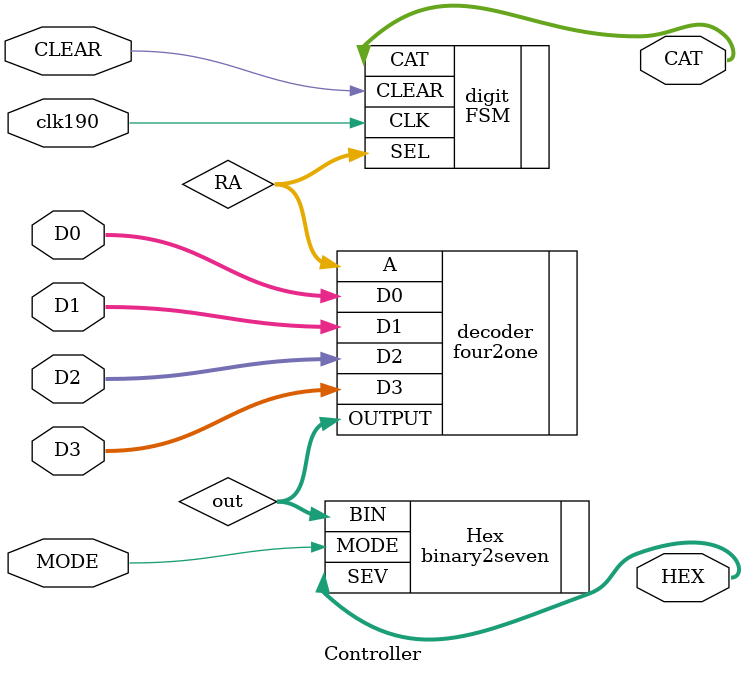
<source format=sv>
module Controller 
(
	input clk190, CLEAR, MODE,
	input [3:0] D0, D1, D2, D3, 
	output logic [3:0] CAT, 
	output logic [0:6] HEX
);
	
	logic [1:0] RA;					// Digit in-code
	logic [3:0] out;					// Active Digit on Hex Display
	
		
	four2one decoder			 	// Four to one module
	(									
		.A(RA),
		.D0(D0), 
		.D1(D1), 
		.D2(D2), 
		.D3(D3),
		.OUTPUT(out)
	);
	
	FSM digit						// Finite State Machine
	(									// Actively updates HEX digit
		.CLK(clk190),
		.CLEAR(CLEAR),
		.SEL(RA),
		.CAT(CAT)
	);

	
	binary2seven Hex				//	Display Numbers
	(									
		.BIN(out), 
		.MODE(MODE),
		.SEV(HEX)
	);
	

endmodule 
</source>
